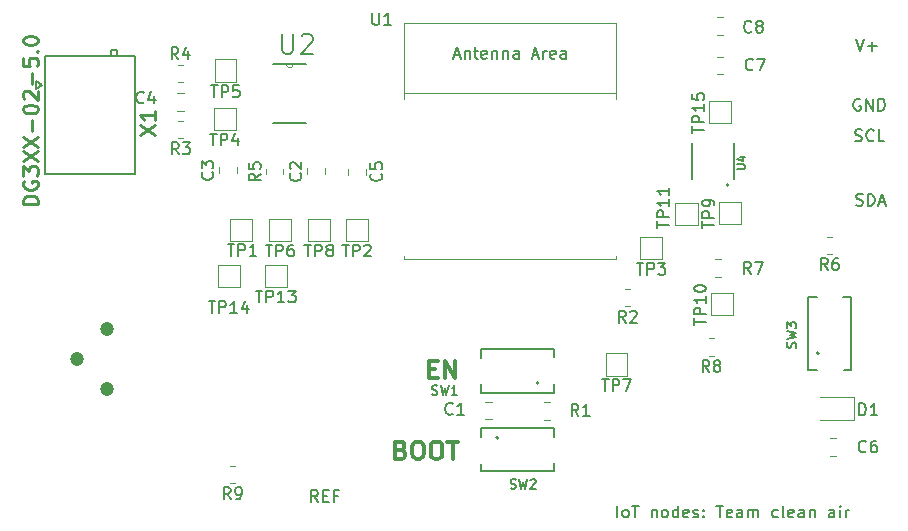
<source format=gbr>
%TF.GenerationSoftware,KiCad,Pcbnew,(6.0.2)*%
%TF.CreationDate,2022-04-01T10:33:32+02:00*%
%TF.ProjectId,iot node,696f7420-6e6f-4646-952e-6b696361645f,rev?*%
%TF.SameCoordinates,Original*%
%TF.FileFunction,Legend,Top*%
%TF.FilePolarity,Positive*%
%FSLAX46Y46*%
G04 Gerber Fmt 4.6, Leading zero omitted, Abs format (unit mm)*
G04 Created by KiCad (PCBNEW (6.0.2)) date 2022-04-01 10:33:32*
%MOMM*%
%LPD*%
G01*
G04 APERTURE LIST*
%ADD10C,0.150000*%
%ADD11C,0.300000*%
%ADD12C,0.228600*%
%ADD13C,0.120000*%
%ADD14C,0.127000*%
%ADD15C,0.200000*%
%ADD16C,0.152400*%
%ADD17C,0.100000*%
%ADD18C,1.200000*%
G04 APERTURE END LIST*
D10*
X139080952Y-145652380D02*
X139080952Y-144652380D01*
X139700000Y-145652380D02*
X139604761Y-145604761D01*
X139557142Y-145557142D01*
X139509523Y-145461904D01*
X139509523Y-145176190D01*
X139557142Y-145080952D01*
X139604761Y-145033333D01*
X139700000Y-144985714D01*
X139842857Y-144985714D01*
X139938095Y-145033333D01*
X139985714Y-145080952D01*
X140033333Y-145176190D01*
X140033333Y-145461904D01*
X139985714Y-145557142D01*
X139938095Y-145604761D01*
X139842857Y-145652380D01*
X139700000Y-145652380D01*
X140319047Y-144652380D02*
X140890476Y-144652380D01*
X140604761Y-145652380D02*
X140604761Y-144652380D01*
X141985714Y-144985714D02*
X141985714Y-145652380D01*
X141985714Y-145080952D02*
X142033333Y-145033333D01*
X142128571Y-144985714D01*
X142271428Y-144985714D01*
X142366666Y-145033333D01*
X142414285Y-145128571D01*
X142414285Y-145652380D01*
X143033333Y-145652380D02*
X142938095Y-145604761D01*
X142890476Y-145557142D01*
X142842857Y-145461904D01*
X142842857Y-145176190D01*
X142890476Y-145080952D01*
X142938095Y-145033333D01*
X143033333Y-144985714D01*
X143176190Y-144985714D01*
X143271428Y-145033333D01*
X143319047Y-145080952D01*
X143366666Y-145176190D01*
X143366666Y-145461904D01*
X143319047Y-145557142D01*
X143271428Y-145604761D01*
X143176190Y-145652380D01*
X143033333Y-145652380D01*
X144223809Y-145652380D02*
X144223809Y-144652380D01*
X144223809Y-145604761D02*
X144128571Y-145652380D01*
X143938095Y-145652380D01*
X143842857Y-145604761D01*
X143795238Y-145557142D01*
X143747619Y-145461904D01*
X143747619Y-145176190D01*
X143795238Y-145080952D01*
X143842857Y-145033333D01*
X143938095Y-144985714D01*
X144128571Y-144985714D01*
X144223809Y-145033333D01*
X145080952Y-145604761D02*
X144985714Y-145652380D01*
X144795238Y-145652380D01*
X144700000Y-145604761D01*
X144652380Y-145509523D01*
X144652380Y-145128571D01*
X144700000Y-145033333D01*
X144795238Y-144985714D01*
X144985714Y-144985714D01*
X145080952Y-145033333D01*
X145128571Y-145128571D01*
X145128571Y-145223809D01*
X144652380Y-145319047D01*
X145509523Y-145604761D02*
X145604761Y-145652380D01*
X145795238Y-145652380D01*
X145890476Y-145604761D01*
X145938095Y-145509523D01*
X145938095Y-145461904D01*
X145890476Y-145366666D01*
X145795238Y-145319047D01*
X145652380Y-145319047D01*
X145557142Y-145271428D01*
X145509523Y-145176190D01*
X145509523Y-145128571D01*
X145557142Y-145033333D01*
X145652380Y-144985714D01*
X145795238Y-144985714D01*
X145890476Y-145033333D01*
X146366666Y-145557142D02*
X146414285Y-145604761D01*
X146366666Y-145652380D01*
X146319047Y-145604761D01*
X146366666Y-145557142D01*
X146366666Y-145652380D01*
X146366666Y-145033333D02*
X146414285Y-145080952D01*
X146366666Y-145128571D01*
X146319047Y-145080952D01*
X146366666Y-145033333D01*
X146366666Y-145128571D01*
X147461904Y-144652380D02*
X148033333Y-144652380D01*
X147747619Y-145652380D02*
X147747619Y-144652380D01*
X148747619Y-145604761D02*
X148652380Y-145652380D01*
X148461904Y-145652380D01*
X148366666Y-145604761D01*
X148319047Y-145509523D01*
X148319047Y-145128571D01*
X148366666Y-145033333D01*
X148461904Y-144985714D01*
X148652380Y-144985714D01*
X148747619Y-145033333D01*
X148795238Y-145128571D01*
X148795238Y-145223809D01*
X148319047Y-145319047D01*
X149652380Y-145652380D02*
X149652380Y-145128571D01*
X149604761Y-145033333D01*
X149509523Y-144985714D01*
X149319047Y-144985714D01*
X149223809Y-145033333D01*
X149652380Y-145604761D02*
X149557142Y-145652380D01*
X149319047Y-145652380D01*
X149223809Y-145604761D01*
X149176190Y-145509523D01*
X149176190Y-145414285D01*
X149223809Y-145319047D01*
X149319047Y-145271428D01*
X149557142Y-145271428D01*
X149652380Y-145223809D01*
X150128571Y-145652380D02*
X150128571Y-144985714D01*
X150128571Y-145080952D02*
X150176190Y-145033333D01*
X150271428Y-144985714D01*
X150414285Y-144985714D01*
X150509523Y-145033333D01*
X150557142Y-145128571D01*
X150557142Y-145652380D01*
X150557142Y-145128571D02*
X150604761Y-145033333D01*
X150700000Y-144985714D01*
X150842857Y-144985714D01*
X150938095Y-145033333D01*
X150985714Y-145128571D01*
X150985714Y-145652380D01*
X152652380Y-145604761D02*
X152557142Y-145652380D01*
X152366666Y-145652380D01*
X152271428Y-145604761D01*
X152223809Y-145557142D01*
X152176190Y-145461904D01*
X152176190Y-145176190D01*
X152223809Y-145080952D01*
X152271428Y-145033333D01*
X152366666Y-144985714D01*
X152557142Y-144985714D01*
X152652380Y-145033333D01*
X153223809Y-145652380D02*
X153128571Y-145604761D01*
X153080952Y-145509523D01*
X153080952Y-144652380D01*
X153985714Y-145604761D02*
X153890476Y-145652380D01*
X153700000Y-145652380D01*
X153604761Y-145604761D01*
X153557142Y-145509523D01*
X153557142Y-145128571D01*
X153604761Y-145033333D01*
X153700000Y-144985714D01*
X153890476Y-144985714D01*
X153985714Y-145033333D01*
X154033333Y-145128571D01*
X154033333Y-145223809D01*
X153557142Y-145319047D01*
X154890476Y-145652380D02*
X154890476Y-145128571D01*
X154842857Y-145033333D01*
X154747619Y-144985714D01*
X154557142Y-144985714D01*
X154461904Y-145033333D01*
X154890476Y-145604761D02*
X154795238Y-145652380D01*
X154557142Y-145652380D01*
X154461904Y-145604761D01*
X154414285Y-145509523D01*
X154414285Y-145414285D01*
X154461904Y-145319047D01*
X154557142Y-145271428D01*
X154795238Y-145271428D01*
X154890476Y-145223809D01*
X155366666Y-144985714D02*
X155366666Y-145652380D01*
X155366666Y-145080952D02*
X155414285Y-145033333D01*
X155509523Y-144985714D01*
X155652380Y-144985714D01*
X155747619Y-145033333D01*
X155795238Y-145128571D01*
X155795238Y-145652380D01*
X157461904Y-145652380D02*
X157461904Y-145128571D01*
X157414285Y-145033333D01*
X157319047Y-144985714D01*
X157128571Y-144985714D01*
X157033333Y-145033333D01*
X157461904Y-145604761D02*
X157366666Y-145652380D01*
X157128571Y-145652380D01*
X157033333Y-145604761D01*
X156985714Y-145509523D01*
X156985714Y-145414285D01*
X157033333Y-145319047D01*
X157128571Y-145271428D01*
X157366666Y-145271428D01*
X157461904Y-145223809D01*
X157938095Y-145652380D02*
X157938095Y-144985714D01*
X157938095Y-144652380D02*
X157890476Y-144700000D01*
X157938095Y-144747619D01*
X157985714Y-144700000D01*
X157938095Y-144652380D01*
X157938095Y-144747619D01*
X158414285Y-145652380D02*
X158414285Y-144985714D01*
X158414285Y-145176190D02*
X158461904Y-145080952D01*
X158509523Y-145033333D01*
X158604761Y-144985714D01*
X158700000Y-144985714D01*
X159638095Y-110250000D02*
X159542857Y-110202380D01*
X159400000Y-110202380D01*
X159257142Y-110250000D01*
X159161904Y-110345238D01*
X159114285Y-110440476D01*
X159066666Y-110630952D01*
X159066666Y-110773809D01*
X159114285Y-110964285D01*
X159161904Y-111059523D01*
X159257142Y-111154761D01*
X159400000Y-111202380D01*
X159495238Y-111202380D01*
X159638095Y-111154761D01*
X159685714Y-111107142D01*
X159685714Y-110773809D01*
X159495238Y-110773809D01*
X160114285Y-111202380D02*
X160114285Y-110202380D01*
X160685714Y-111202380D01*
X160685714Y-110202380D01*
X161161904Y-111202380D02*
X161161904Y-110202380D01*
X161400000Y-110202380D01*
X161542857Y-110250000D01*
X161638095Y-110345238D01*
X161685714Y-110440476D01*
X161733333Y-110630952D01*
X161733333Y-110773809D01*
X161685714Y-110964285D01*
X161638095Y-111059523D01*
X161542857Y-111154761D01*
X161400000Y-111202380D01*
X161161904Y-111202380D01*
X159209523Y-113754761D02*
X159352380Y-113802380D01*
X159590476Y-113802380D01*
X159685714Y-113754761D01*
X159733333Y-113707142D01*
X159780952Y-113611904D01*
X159780952Y-113516666D01*
X159733333Y-113421428D01*
X159685714Y-113373809D01*
X159590476Y-113326190D01*
X159400000Y-113278571D01*
X159304761Y-113230952D01*
X159257142Y-113183333D01*
X159209523Y-113088095D01*
X159209523Y-112992857D01*
X159257142Y-112897619D01*
X159304761Y-112850000D01*
X159400000Y-112802380D01*
X159638095Y-112802380D01*
X159780952Y-112850000D01*
X160780952Y-113707142D02*
X160733333Y-113754761D01*
X160590476Y-113802380D01*
X160495238Y-113802380D01*
X160352380Y-113754761D01*
X160257142Y-113659523D01*
X160209523Y-113564285D01*
X160161904Y-113373809D01*
X160161904Y-113230952D01*
X160209523Y-113040476D01*
X160257142Y-112945238D01*
X160352380Y-112850000D01*
X160495238Y-112802380D01*
X160590476Y-112802380D01*
X160733333Y-112850000D01*
X160780952Y-112897619D01*
X161685714Y-113802380D02*
X161209523Y-113802380D01*
X161209523Y-112802380D01*
D11*
X120764285Y-139942857D02*
X120978571Y-140014285D01*
X121050000Y-140085714D01*
X121121428Y-140228571D01*
X121121428Y-140442857D01*
X121050000Y-140585714D01*
X120978571Y-140657142D01*
X120835714Y-140728571D01*
X120264285Y-140728571D01*
X120264285Y-139228571D01*
X120764285Y-139228571D01*
X120907142Y-139300000D01*
X120978571Y-139371428D01*
X121050000Y-139514285D01*
X121050000Y-139657142D01*
X120978571Y-139800000D01*
X120907142Y-139871428D01*
X120764285Y-139942857D01*
X120264285Y-139942857D01*
X122050000Y-139228571D02*
X122335714Y-139228571D01*
X122478571Y-139300000D01*
X122621428Y-139442857D01*
X122692857Y-139728571D01*
X122692857Y-140228571D01*
X122621428Y-140514285D01*
X122478571Y-140657142D01*
X122335714Y-140728571D01*
X122050000Y-140728571D01*
X121907142Y-140657142D01*
X121764285Y-140514285D01*
X121692857Y-140228571D01*
X121692857Y-139728571D01*
X121764285Y-139442857D01*
X121907142Y-139300000D01*
X122050000Y-139228571D01*
X123621428Y-139228571D02*
X123907142Y-139228571D01*
X124050000Y-139300000D01*
X124192857Y-139442857D01*
X124264285Y-139728571D01*
X124264285Y-140228571D01*
X124192857Y-140514285D01*
X124050000Y-140657142D01*
X123907142Y-140728571D01*
X123621428Y-140728571D01*
X123478571Y-140657142D01*
X123335714Y-140514285D01*
X123264285Y-140228571D01*
X123264285Y-139728571D01*
X123335714Y-139442857D01*
X123478571Y-139300000D01*
X123621428Y-139228571D01*
X124692857Y-139228571D02*
X125550000Y-139228571D01*
X125121428Y-140728571D02*
X125121428Y-139228571D01*
X123142857Y-133092857D02*
X123642857Y-133092857D01*
X123857142Y-133878571D02*
X123142857Y-133878571D01*
X123142857Y-132378571D01*
X123857142Y-132378571D01*
X124500000Y-133878571D02*
X124500000Y-132378571D01*
X125357142Y-133878571D01*
X125357142Y-132378571D01*
D10*
X159285714Y-119204761D02*
X159428571Y-119252380D01*
X159666666Y-119252380D01*
X159761904Y-119204761D01*
X159809523Y-119157142D01*
X159857142Y-119061904D01*
X159857142Y-118966666D01*
X159809523Y-118871428D01*
X159761904Y-118823809D01*
X159666666Y-118776190D01*
X159476190Y-118728571D01*
X159380952Y-118680952D01*
X159333333Y-118633333D01*
X159285714Y-118538095D01*
X159285714Y-118442857D01*
X159333333Y-118347619D01*
X159380952Y-118300000D01*
X159476190Y-118252380D01*
X159714285Y-118252380D01*
X159857142Y-118300000D01*
X160285714Y-119252380D02*
X160285714Y-118252380D01*
X160523809Y-118252380D01*
X160666666Y-118300000D01*
X160761904Y-118395238D01*
X160809523Y-118490476D01*
X160857142Y-118680952D01*
X160857142Y-118823809D01*
X160809523Y-119014285D01*
X160761904Y-119109523D01*
X160666666Y-119204761D01*
X160523809Y-119252380D01*
X160285714Y-119252380D01*
X161238095Y-118966666D02*
X161714285Y-118966666D01*
X161142857Y-119252380D02*
X161476190Y-118252380D01*
X161809523Y-119252380D01*
X159297619Y-105152380D02*
X159630952Y-106152380D01*
X159964285Y-105152380D01*
X160297619Y-105771428D02*
X161059523Y-105771428D01*
X160678571Y-106152380D02*
X160678571Y-105390476D01*
%TO.C, *%
%TO.C,REF*%
X113728571Y-144352380D02*
X113395238Y-143876190D01*
X113157142Y-144352380D02*
X113157142Y-143352380D01*
X113538095Y-143352380D01*
X113633333Y-143400000D01*
X113680952Y-143447619D01*
X113728571Y-143542857D01*
X113728571Y-143685714D01*
X113680952Y-143780952D01*
X113633333Y-143828571D01*
X113538095Y-143876190D01*
X113157142Y-143876190D01*
X114157142Y-143828571D02*
X114490476Y-143828571D01*
X114633333Y-144352380D02*
X114157142Y-144352380D01*
X114157142Y-143352380D01*
X114633333Y-143352380D01*
X115395238Y-143828571D02*
X115061904Y-143828571D01*
X115061904Y-144352380D02*
X115061904Y-143352380D01*
X115538095Y-143352380D01*
%TO.C,TP5*%
X104663095Y-109077380D02*
X105234523Y-109077380D01*
X104948809Y-110077380D02*
X104948809Y-109077380D01*
X105567857Y-110077380D02*
X105567857Y-109077380D01*
X105948809Y-109077380D01*
X106044047Y-109125000D01*
X106091666Y-109172619D01*
X106139285Y-109267857D01*
X106139285Y-109410714D01*
X106091666Y-109505952D01*
X106044047Y-109553571D01*
X105948809Y-109601190D01*
X105567857Y-109601190D01*
X107044047Y-109077380D02*
X106567857Y-109077380D01*
X106520238Y-109553571D01*
X106567857Y-109505952D01*
X106663095Y-109458333D01*
X106901190Y-109458333D01*
X106996428Y-109505952D01*
X107044047Y-109553571D01*
X107091666Y-109648809D01*
X107091666Y-109886904D01*
X107044047Y-109982142D01*
X106996428Y-110029761D01*
X106901190Y-110077380D01*
X106663095Y-110077380D01*
X106567857Y-110029761D01*
X106520238Y-109982142D01*
%TO.C,TP13*%
X108461904Y-126452380D02*
X109033333Y-126452380D01*
X108747619Y-127452380D02*
X108747619Y-126452380D01*
X109366666Y-127452380D02*
X109366666Y-126452380D01*
X109747619Y-126452380D01*
X109842857Y-126500000D01*
X109890476Y-126547619D01*
X109938095Y-126642857D01*
X109938095Y-126785714D01*
X109890476Y-126880952D01*
X109842857Y-126928571D01*
X109747619Y-126976190D01*
X109366666Y-126976190D01*
X110890476Y-127452380D02*
X110319047Y-127452380D01*
X110604761Y-127452380D02*
X110604761Y-126452380D01*
X110509523Y-126595238D01*
X110414285Y-126690476D01*
X110319047Y-126738095D01*
X111223809Y-126452380D02*
X111842857Y-126452380D01*
X111509523Y-126833333D01*
X111652380Y-126833333D01*
X111747619Y-126880952D01*
X111795238Y-126928571D01*
X111842857Y-127023809D01*
X111842857Y-127261904D01*
X111795238Y-127357142D01*
X111747619Y-127404761D01*
X111652380Y-127452380D01*
X111366666Y-127452380D01*
X111271428Y-127404761D01*
X111223809Y-127357142D01*
%TO.C,U1*%
X118338095Y-102952380D02*
X118338095Y-103761904D01*
X118385714Y-103857142D01*
X118433333Y-103904761D01*
X118528571Y-103952380D01*
X118719047Y-103952380D01*
X118814285Y-103904761D01*
X118861904Y-103857142D01*
X118909523Y-103761904D01*
X118909523Y-102952380D01*
X119909523Y-103952380D02*
X119338095Y-103952380D01*
X119623809Y-103952380D02*
X119623809Y-102952380D01*
X119528571Y-103095238D01*
X119433333Y-103190476D01*
X119338095Y-103238095D01*
X125238095Y-106516666D02*
X125714285Y-106516666D01*
X125142857Y-106802380D02*
X125476190Y-105802380D01*
X125809523Y-106802380D01*
X126142857Y-106135714D02*
X126142857Y-106802380D01*
X126142857Y-106230952D02*
X126190476Y-106183333D01*
X126285714Y-106135714D01*
X126428571Y-106135714D01*
X126523809Y-106183333D01*
X126571428Y-106278571D01*
X126571428Y-106802380D01*
X126904761Y-106135714D02*
X127285714Y-106135714D01*
X127047619Y-105802380D02*
X127047619Y-106659523D01*
X127095238Y-106754761D01*
X127190476Y-106802380D01*
X127285714Y-106802380D01*
X128000000Y-106754761D02*
X127904761Y-106802380D01*
X127714285Y-106802380D01*
X127619047Y-106754761D01*
X127571428Y-106659523D01*
X127571428Y-106278571D01*
X127619047Y-106183333D01*
X127714285Y-106135714D01*
X127904761Y-106135714D01*
X128000000Y-106183333D01*
X128047619Y-106278571D01*
X128047619Y-106373809D01*
X127571428Y-106469047D01*
X128476190Y-106135714D02*
X128476190Y-106802380D01*
X128476190Y-106230952D02*
X128523809Y-106183333D01*
X128619047Y-106135714D01*
X128761904Y-106135714D01*
X128857142Y-106183333D01*
X128904761Y-106278571D01*
X128904761Y-106802380D01*
X129380952Y-106135714D02*
X129380952Y-106802380D01*
X129380952Y-106230952D02*
X129428571Y-106183333D01*
X129523809Y-106135714D01*
X129666666Y-106135714D01*
X129761904Y-106183333D01*
X129809523Y-106278571D01*
X129809523Y-106802380D01*
X130714285Y-106802380D02*
X130714285Y-106278571D01*
X130666666Y-106183333D01*
X130571428Y-106135714D01*
X130380952Y-106135714D01*
X130285714Y-106183333D01*
X130714285Y-106754761D02*
X130619047Y-106802380D01*
X130380952Y-106802380D01*
X130285714Y-106754761D01*
X130238095Y-106659523D01*
X130238095Y-106564285D01*
X130285714Y-106469047D01*
X130380952Y-106421428D01*
X130619047Y-106421428D01*
X130714285Y-106373809D01*
X131904761Y-106516666D02*
X132380952Y-106516666D01*
X131809523Y-106802380D02*
X132142857Y-105802380D01*
X132476190Y-106802380D01*
X132809523Y-106802380D02*
X132809523Y-106135714D01*
X132809523Y-106326190D02*
X132857142Y-106230952D01*
X132904761Y-106183333D01*
X133000000Y-106135714D01*
X133095238Y-106135714D01*
X133809523Y-106754761D02*
X133714285Y-106802380D01*
X133523809Y-106802380D01*
X133428571Y-106754761D01*
X133380952Y-106659523D01*
X133380952Y-106278571D01*
X133428571Y-106183333D01*
X133523809Y-106135714D01*
X133714285Y-106135714D01*
X133809523Y-106183333D01*
X133857142Y-106278571D01*
X133857142Y-106373809D01*
X133380952Y-106469047D01*
X134714285Y-106802380D02*
X134714285Y-106278571D01*
X134666666Y-106183333D01*
X134571428Y-106135714D01*
X134380952Y-106135714D01*
X134285714Y-106183333D01*
X134714285Y-106754761D02*
X134619047Y-106802380D01*
X134380952Y-106802380D01*
X134285714Y-106754761D01*
X134238095Y-106659523D01*
X134238095Y-106564285D01*
X134285714Y-106469047D01*
X134380952Y-106421428D01*
X134619047Y-106421428D01*
X134714285Y-106373809D01*
%TO.C,U4*%
X149249907Y-116120277D02*
X149768773Y-116120277D01*
X149829816Y-116089755D01*
X149860337Y-116059234D01*
X149890859Y-115998191D01*
X149890859Y-115876105D01*
X149860337Y-115815062D01*
X149829816Y-115784540D01*
X149768773Y-115754019D01*
X149249907Y-115754019D01*
X149463558Y-115174110D02*
X149890859Y-115174110D01*
X149219385Y-115326717D02*
X149677208Y-115479325D01*
X149677208Y-115082545D01*
%TO.C,U2*%
X110694836Y-104730338D02*
X110694836Y-106060953D01*
X110773107Y-106217496D01*
X110851379Y-106295767D01*
X111007922Y-106374039D01*
X111321008Y-106374039D01*
X111477551Y-106295767D01*
X111555822Y-106217496D01*
X111634094Y-106060953D01*
X111634094Y-104730338D01*
X112338537Y-104886880D02*
X112416808Y-104808609D01*
X112573351Y-104730338D01*
X112964709Y-104730338D01*
X113121252Y-104808609D01*
X113199523Y-104886880D01*
X113277795Y-105043423D01*
X113277795Y-105199966D01*
X113199523Y-105434781D01*
X112260265Y-106374039D01*
X113277795Y-106374039D01*
%TO.C,TP6*%
X109288095Y-122552380D02*
X109859523Y-122552380D01*
X109573809Y-123552380D02*
X109573809Y-122552380D01*
X110192857Y-123552380D02*
X110192857Y-122552380D01*
X110573809Y-122552380D01*
X110669047Y-122600000D01*
X110716666Y-122647619D01*
X110764285Y-122742857D01*
X110764285Y-122885714D01*
X110716666Y-122980952D01*
X110669047Y-123028571D01*
X110573809Y-123076190D01*
X110192857Y-123076190D01*
X111621428Y-122552380D02*
X111430952Y-122552380D01*
X111335714Y-122600000D01*
X111288095Y-122647619D01*
X111192857Y-122790476D01*
X111145238Y-122980952D01*
X111145238Y-123361904D01*
X111192857Y-123457142D01*
X111240476Y-123504761D01*
X111335714Y-123552380D01*
X111526190Y-123552380D01*
X111621428Y-123504761D01*
X111669047Y-123457142D01*
X111716666Y-123361904D01*
X111716666Y-123123809D01*
X111669047Y-123028571D01*
X111621428Y-122980952D01*
X111526190Y-122933333D01*
X111335714Y-122933333D01*
X111240476Y-122980952D01*
X111192857Y-123028571D01*
X111145238Y-123123809D01*
%TO.C,R8*%
X146858333Y-133327380D02*
X146525000Y-132851190D01*
X146286904Y-133327380D02*
X146286904Y-132327380D01*
X146667857Y-132327380D01*
X146763095Y-132375000D01*
X146810714Y-132422619D01*
X146858333Y-132517857D01*
X146858333Y-132660714D01*
X146810714Y-132755952D01*
X146763095Y-132803571D01*
X146667857Y-132851190D01*
X146286904Y-132851190D01*
X147429761Y-132755952D02*
X147334523Y-132708333D01*
X147286904Y-132660714D01*
X147239285Y-132565476D01*
X147239285Y-132517857D01*
X147286904Y-132422619D01*
X147334523Y-132375000D01*
X147429761Y-132327380D01*
X147620238Y-132327380D01*
X147715476Y-132375000D01*
X147763095Y-132422619D01*
X147810714Y-132517857D01*
X147810714Y-132565476D01*
X147763095Y-132660714D01*
X147715476Y-132708333D01*
X147620238Y-132755952D01*
X147429761Y-132755952D01*
X147334523Y-132803571D01*
X147286904Y-132851190D01*
X147239285Y-132946428D01*
X147239285Y-133136904D01*
X147286904Y-133232142D01*
X147334523Y-133279761D01*
X147429761Y-133327380D01*
X147620238Y-133327380D01*
X147715476Y-133279761D01*
X147763095Y-133232142D01*
X147810714Y-133136904D01*
X147810714Y-132946428D01*
X147763095Y-132851190D01*
X147715476Y-132803571D01*
X147620238Y-132755952D01*
%TO.C,C2*%
X112227142Y-116516666D02*
X112274761Y-116564285D01*
X112322380Y-116707142D01*
X112322380Y-116802380D01*
X112274761Y-116945238D01*
X112179523Y-117040476D01*
X112084285Y-117088095D01*
X111893809Y-117135714D01*
X111750952Y-117135714D01*
X111560476Y-117088095D01*
X111465238Y-117040476D01*
X111370000Y-116945238D01*
X111322380Y-116802380D01*
X111322380Y-116707142D01*
X111370000Y-116564285D01*
X111417619Y-116516666D01*
X111417619Y-116135714D02*
X111370000Y-116088095D01*
X111322380Y-115992857D01*
X111322380Y-115754761D01*
X111370000Y-115659523D01*
X111417619Y-115611904D01*
X111512857Y-115564285D01*
X111608095Y-115564285D01*
X111750952Y-115611904D01*
X112322380Y-116183333D01*
X112322380Y-115564285D01*
%TO.C,C7*%
X150558333Y-107707142D02*
X150510714Y-107754761D01*
X150367857Y-107802380D01*
X150272619Y-107802380D01*
X150129761Y-107754761D01*
X150034523Y-107659523D01*
X149986904Y-107564285D01*
X149939285Y-107373809D01*
X149939285Y-107230952D01*
X149986904Y-107040476D01*
X150034523Y-106945238D01*
X150129761Y-106850000D01*
X150272619Y-106802380D01*
X150367857Y-106802380D01*
X150510714Y-106850000D01*
X150558333Y-106897619D01*
X150891666Y-106802380D02*
X151558333Y-106802380D01*
X151129761Y-107802380D01*
%TO.C,TP4*%
X104588095Y-113152380D02*
X105159523Y-113152380D01*
X104873809Y-114152380D02*
X104873809Y-113152380D01*
X105492857Y-114152380D02*
X105492857Y-113152380D01*
X105873809Y-113152380D01*
X105969047Y-113200000D01*
X106016666Y-113247619D01*
X106064285Y-113342857D01*
X106064285Y-113485714D01*
X106016666Y-113580952D01*
X105969047Y-113628571D01*
X105873809Y-113676190D01*
X105492857Y-113676190D01*
X106921428Y-113485714D02*
X106921428Y-114152380D01*
X106683333Y-113104761D02*
X106445238Y-113819047D01*
X107064285Y-113819047D01*
%TO.C,SW3*%
X154196909Y-131272266D02*
X154235004Y-131157980D01*
X154235004Y-130967504D01*
X154196909Y-130891314D01*
X154158814Y-130853219D01*
X154082623Y-130815123D01*
X154006433Y-130815123D01*
X153930242Y-130853219D01*
X153892147Y-130891314D01*
X153854052Y-130967504D01*
X153815957Y-131119885D01*
X153777861Y-131196076D01*
X153739766Y-131234171D01*
X153663576Y-131272266D01*
X153587385Y-131272266D01*
X153511195Y-131234171D01*
X153473100Y-131196076D01*
X153435004Y-131119885D01*
X153435004Y-130929409D01*
X153473100Y-130815123D01*
X153435004Y-130548457D02*
X154235004Y-130357980D01*
X153663576Y-130205600D01*
X154235004Y-130053219D01*
X153435004Y-129862742D01*
X153435004Y-129634171D02*
X153435004Y-129138933D01*
X153739766Y-129405600D01*
X153739766Y-129291314D01*
X153777861Y-129215123D01*
X153815957Y-129177028D01*
X153892147Y-129138933D01*
X154082623Y-129138933D01*
X154158814Y-129177028D01*
X154196909Y-129215123D01*
X154235004Y-129291314D01*
X154235004Y-129519885D01*
X154196909Y-129596076D01*
X154158814Y-129634171D01*
%TO.C,C4*%
X98983333Y-110507142D02*
X98935714Y-110554761D01*
X98792857Y-110602380D01*
X98697619Y-110602380D01*
X98554761Y-110554761D01*
X98459523Y-110459523D01*
X98411904Y-110364285D01*
X98364285Y-110173809D01*
X98364285Y-110030952D01*
X98411904Y-109840476D01*
X98459523Y-109745238D01*
X98554761Y-109650000D01*
X98697619Y-109602380D01*
X98792857Y-109602380D01*
X98935714Y-109650000D01*
X98983333Y-109697619D01*
X99840476Y-109935714D02*
X99840476Y-110602380D01*
X99602380Y-109554761D02*
X99364285Y-110269047D01*
X99983333Y-110269047D01*
%TO.C,C3*%
X104777142Y-116429166D02*
X104824761Y-116476785D01*
X104872380Y-116619642D01*
X104872380Y-116714880D01*
X104824761Y-116857738D01*
X104729523Y-116952976D01*
X104634285Y-117000595D01*
X104443809Y-117048214D01*
X104300952Y-117048214D01*
X104110476Y-117000595D01*
X104015238Y-116952976D01*
X103920000Y-116857738D01*
X103872380Y-116714880D01*
X103872380Y-116619642D01*
X103920000Y-116476785D01*
X103967619Y-116429166D01*
X103872380Y-116095833D02*
X103872380Y-115476785D01*
X104253333Y-115810119D01*
X104253333Y-115667261D01*
X104300952Y-115572023D01*
X104348571Y-115524404D01*
X104443809Y-115476785D01*
X104681904Y-115476785D01*
X104777142Y-115524404D01*
X104824761Y-115572023D01*
X104872380Y-115667261D01*
X104872380Y-115952976D01*
X104824761Y-116048214D01*
X104777142Y-116095833D01*
%TO.C,SW2*%
X130033333Y-143173809D02*
X130147619Y-143211904D01*
X130338095Y-143211904D01*
X130414285Y-143173809D01*
X130452380Y-143135714D01*
X130490476Y-143059523D01*
X130490476Y-142983333D01*
X130452380Y-142907142D01*
X130414285Y-142869047D01*
X130338095Y-142830952D01*
X130185714Y-142792857D01*
X130109523Y-142754761D01*
X130071428Y-142716666D01*
X130033333Y-142640476D01*
X130033333Y-142564285D01*
X130071428Y-142488095D01*
X130109523Y-142450000D01*
X130185714Y-142411904D01*
X130376190Y-142411904D01*
X130490476Y-142450000D01*
X130757142Y-142411904D02*
X130947619Y-143211904D01*
X131100000Y-142640476D01*
X131252380Y-143211904D01*
X131442857Y-142411904D01*
X131709523Y-142488095D02*
X131747619Y-142450000D01*
X131823809Y-142411904D01*
X132014285Y-142411904D01*
X132090476Y-142450000D01*
X132128571Y-142488095D01*
X132166666Y-142564285D01*
X132166666Y-142640476D01*
X132128571Y-142754761D01*
X131671428Y-143211904D01*
X132166666Y-143211904D01*
%TO.C,R3*%
X101933333Y-114902380D02*
X101600000Y-114426190D01*
X101361904Y-114902380D02*
X101361904Y-113902380D01*
X101742857Y-113902380D01*
X101838095Y-113950000D01*
X101885714Y-113997619D01*
X101933333Y-114092857D01*
X101933333Y-114235714D01*
X101885714Y-114330952D01*
X101838095Y-114378571D01*
X101742857Y-114426190D01*
X101361904Y-114426190D01*
X102266666Y-113902380D02*
X102885714Y-113902380D01*
X102552380Y-114283333D01*
X102695238Y-114283333D01*
X102790476Y-114330952D01*
X102838095Y-114378571D01*
X102885714Y-114473809D01*
X102885714Y-114711904D01*
X102838095Y-114807142D01*
X102790476Y-114854761D01*
X102695238Y-114902380D01*
X102409523Y-114902380D01*
X102314285Y-114854761D01*
X102266666Y-114807142D01*
%TO.C,TP8*%
X112588095Y-122552380D02*
X113159523Y-122552380D01*
X112873809Y-123552380D02*
X112873809Y-122552380D01*
X113492857Y-123552380D02*
X113492857Y-122552380D01*
X113873809Y-122552380D01*
X113969047Y-122600000D01*
X114016666Y-122647619D01*
X114064285Y-122742857D01*
X114064285Y-122885714D01*
X114016666Y-122980952D01*
X113969047Y-123028571D01*
X113873809Y-123076190D01*
X113492857Y-123076190D01*
X114635714Y-122980952D02*
X114540476Y-122933333D01*
X114492857Y-122885714D01*
X114445238Y-122790476D01*
X114445238Y-122742857D01*
X114492857Y-122647619D01*
X114540476Y-122600000D01*
X114635714Y-122552380D01*
X114826190Y-122552380D01*
X114921428Y-122600000D01*
X114969047Y-122647619D01*
X115016666Y-122742857D01*
X115016666Y-122790476D01*
X114969047Y-122885714D01*
X114921428Y-122933333D01*
X114826190Y-122980952D01*
X114635714Y-122980952D01*
X114540476Y-123028571D01*
X114492857Y-123076190D01*
X114445238Y-123171428D01*
X114445238Y-123361904D01*
X114492857Y-123457142D01*
X114540476Y-123504761D01*
X114635714Y-123552380D01*
X114826190Y-123552380D01*
X114921428Y-123504761D01*
X114969047Y-123457142D01*
X115016666Y-123361904D01*
X115016666Y-123171428D01*
X114969047Y-123076190D01*
X114921428Y-123028571D01*
X114826190Y-122980952D01*
D12*
%TO.C,X1*%
X98638243Y-113251195D02*
X99908243Y-112404528D01*
X98638243Y-112404528D02*
X99908243Y-113251195D01*
X99908243Y-111255480D02*
X99908243Y-111981195D01*
X99908243Y-111618338D02*
X98638243Y-111618338D01*
X98819672Y-111739290D01*
X98940624Y-111860242D01*
X99001100Y-111981195D01*
X90024523Y-119125714D02*
X88754523Y-119125714D01*
X88754523Y-118823333D01*
X88815000Y-118641904D01*
X88935952Y-118520952D01*
X89056904Y-118460476D01*
X89298809Y-118400000D01*
X89480238Y-118400000D01*
X89722142Y-118460476D01*
X89843095Y-118520952D01*
X89964047Y-118641904D01*
X90024523Y-118823333D01*
X90024523Y-119125714D01*
X88815000Y-117190476D02*
X88754523Y-117311428D01*
X88754523Y-117492857D01*
X88815000Y-117674285D01*
X88935952Y-117795238D01*
X89056904Y-117855714D01*
X89298809Y-117916190D01*
X89480238Y-117916190D01*
X89722142Y-117855714D01*
X89843095Y-117795238D01*
X89964047Y-117674285D01*
X90024523Y-117492857D01*
X90024523Y-117371904D01*
X89964047Y-117190476D01*
X89903571Y-117130000D01*
X89480238Y-117130000D01*
X89480238Y-117371904D01*
X88754523Y-116706666D02*
X88754523Y-115920476D01*
X89238333Y-116343809D01*
X89238333Y-116162380D01*
X89298809Y-116041428D01*
X89359285Y-115980952D01*
X89480238Y-115920476D01*
X89782619Y-115920476D01*
X89903571Y-115980952D01*
X89964047Y-116041428D01*
X90024523Y-116162380D01*
X90024523Y-116525238D01*
X89964047Y-116646190D01*
X89903571Y-116706666D01*
X88754523Y-115497142D02*
X90024523Y-114650476D01*
X88754523Y-114650476D02*
X90024523Y-115497142D01*
X88754523Y-114287619D02*
X90024523Y-113440952D01*
X88754523Y-113440952D02*
X90024523Y-114287619D01*
X89540714Y-112957142D02*
X89540714Y-111989523D01*
X88754523Y-111142857D02*
X88754523Y-111021904D01*
X88815000Y-110900952D01*
X88875476Y-110840476D01*
X88996428Y-110780000D01*
X89238333Y-110719523D01*
X89540714Y-110719523D01*
X89782619Y-110780000D01*
X89903571Y-110840476D01*
X89964047Y-110900952D01*
X90024523Y-111021904D01*
X90024523Y-111142857D01*
X89964047Y-111263809D01*
X89903571Y-111324285D01*
X89782619Y-111384761D01*
X89540714Y-111445238D01*
X89238333Y-111445238D01*
X88996428Y-111384761D01*
X88875476Y-111324285D01*
X88815000Y-111263809D01*
X88754523Y-111142857D01*
X88875476Y-110235714D02*
X88815000Y-110175238D01*
X88754523Y-110054285D01*
X88754523Y-109751904D01*
X88815000Y-109630952D01*
X88875476Y-109570476D01*
X88996428Y-109510000D01*
X89117380Y-109510000D01*
X89298809Y-109570476D01*
X90024523Y-110296190D01*
X90024523Y-109510000D01*
X89540714Y-108965714D02*
X89540714Y-107998095D01*
X88754523Y-106788571D02*
X88754523Y-107393333D01*
X89359285Y-107453809D01*
X89298809Y-107393333D01*
X89238333Y-107272380D01*
X89238333Y-106970000D01*
X89298809Y-106849047D01*
X89359285Y-106788571D01*
X89480238Y-106728095D01*
X89782619Y-106728095D01*
X89903571Y-106788571D01*
X89964047Y-106849047D01*
X90024523Y-106970000D01*
X90024523Y-107272380D01*
X89964047Y-107393333D01*
X89903571Y-107453809D01*
X89903571Y-106183809D02*
X89964047Y-106123333D01*
X90024523Y-106183809D01*
X89964047Y-106244285D01*
X89903571Y-106183809D01*
X90024523Y-106183809D01*
X88754523Y-105337142D02*
X88754523Y-105216190D01*
X88815000Y-105095238D01*
X88875476Y-105034761D01*
X88996428Y-104974285D01*
X89238333Y-104913809D01*
X89540714Y-104913809D01*
X89782619Y-104974285D01*
X89903571Y-105034761D01*
X89964047Y-105095238D01*
X90024523Y-105216190D01*
X90024523Y-105337142D01*
X89964047Y-105458095D01*
X89903571Y-105518571D01*
X89782619Y-105579047D01*
X89540714Y-105639523D01*
X89238333Y-105639523D01*
X88996428Y-105579047D01*
X88875476Y-105518571D01*
X88815000Y-105458095D01*
X88754523Y-105337142D01*
D10*
%TO.C,TP2*%
X115788095Y-122552380D02*
X116359523Y-122552380D01*
X116073809Y-123552380D02*
X116073809Y-122552380D01*
X116692857Y-123552380D02*
X116692857Y-122552380D01*
X117073809Y-122552380D01*
X117169047Y-122600000D01*
X117216666Y-122647619D01*
X117264285Y-122742857D01*
X117264285Y-122885714D01*
X117216666Y-122980952D01*
X117169047Y-123028571D01*
X117073809Y-123076190D01*
X116692857Y-123076190D01*
X117645238Y-122647619D02*
X117692857Y-122600000D01*
X117788095Y-122552380D01*
X118026190Y-122552380D01*
X118121428Y-122600000D01*
X118169047Y-122647619D01*
X118216666Y-122742857D01*
X118216666Y-122838095D01*
X118169047Y-122980952D01*
X117597619Y-123552380D01*
X118216666Y-123552380D01*
%TO.C,TP3*%
X140713095Y-124102380D02*
X141284523Y-124102380D01*
X140998809Y-125102380D02*
X140998809Y-124102380D01*
X141617857Y-125102380D02*
X141617857Y-124102380D01*
X141998809Y-124102380D01*
X142094047Y-124150000D01*
X142141666Y-124197619D01*
X142189285Y-124292857D01*
X142189285Y-124435714D01*
X142141666Y-124530952D01*
X142094047Y-124578571D01*
X141998809Y-124626190D01*
X141617857Y-124626190D01*
X142522619Y-124102380D02*
X143141666Y-124102380D01*
X142808333Y-124483333D01*
X142951190Y-124483333D01*
X143046428Y-124530952D01*
X143094047Y-124578571D01*
X143141666Y-124673809D01*
X143141666Y-124911904D01*
X143094047Y-125007142D01*
X143046428Y-125054761D01*
X142951190Y-125102380D01*
X142665476Y-125102380D01*
X142570238Y-125054761D01*
X142522619Y-125007142D01*
%TO.C,D1*%
X159561904Y-137002380D02*
X159561904Y-136002380D01*
X159800000Y-136002380D01*
X159942857Y-136050000D01*
X160038095Y-136145238D01*
X160085714Y-136240476D01*
X160133333Y-136430952D01*
X160133333Y-136573809D01*
X160085714Y-136764285D01*
X160038095Y-136859523D01*
X159942857Y-136954761D01*
X159800000Y-137002380D01*
X159561904Y-137002380D01*
X161085714Y-137002380D02*
X160514285Y-137002380D01*
X160800000Y-137002380D02*
X160800000Y-136002380D01*
X160704761Y-136145238D01*
X160609523Y-136240476D01*
X160514285Y-136288095D01*
%TO.C,TP10*%
X145577380Y-129363095D02*
X145577380Y-128791666D01*
X146577380Y-129077380D02*
X145577380Y-129077380D01*
X146577380Y-128458333D02*
X145577380Y-128458333D01*
X145577380Y-128077380D01*
X145625000Y-127982142D01*
X145672619Y-127934523D01*
X145767857Y-127886904D01*
X145910714Y-127886904D01*
X146005952Y-127934523D01*
X146053571Y-127982142D01*
X146101190Y-128077380D01*
X146101190Y-128458333D01*
X146577380Y-126934523D02*
X146577380Y-127505952D01*
X146577380Y-127220238D02*
X145577380Y-127220238D01*
X145720238Y-127315476D01*
X145815476Y-127410714D01*
X145863095Y-127505952D01*
X145577380Y-126315476D02*
X145577380Y-126220238D01*
X145625000Y-126125000D01*
X145672619Y-126077380D01*
X145767857Y-126029761D01*
X145958333Y-125982142D01*
X146196428Y-125982142D01*
X146386904Y-126029761D01*
X146482142Y-126077380D01*
X146529761Y-126125000D01*
X146577380Y-126220238D01*
X146577380Y-126315476D01*
X146529761Y-126410714D01*
X146482142Y-126458333D01*
X146386904Y-126505952D01*
X146196428Y-126553571D01*
X145958333Y-126553571D01*
X145767857Y-126505952D01*
X145672619Y-126458333D01*
X145625000Y-126410714D01*
X145577380Y-126315476D01*
%TO.C,SW1*%
X123383333Y-135223809D02*
X123497619Y-135261904D01*
X123688095Y-135261904D01*
X123764285Y-135223809D01*
X123802380Y-135185714D01*
X123840476Y-135109523D01*
X123840476Y-135033333D01*
X123802380Y-134957142D01*
X123764285Y-134919047D01*
X123688095Y-134880952D01*
X123535714Y-134842857D01*
X123459523Y-134804761D01*
X123421428Y-134766666D01*
X123383333Y-134690476D01*
X123383333Y-134614285D01*
X123421428Y-134538095D01*
X123459523Y-134500000D01*
X123535714Y-134461904D01*
X123726190Y-134461904D01*
X123840476Y-134500000D01*
X124107142Y-134461904D02*
X124297619Y-135261904D01*
X124450000Y-134690476D01*
X124602380Y-135261904D01*
X124792857Y-134461904D01*
X125516666Y-135261904D02*
X125059523Y-135261904D01*
X125288095Y-135261904D02*
X125288095Y-134461904D01*
X125211904Y-134576190D01*
X125135714Y-134652380D01*
X125059523Y-134690476D01*
%TO.C,TP9*%
X146277380Y-121161904D02*
X146277380Y-120590476D01*
X147277380Y-120876190D02*
X146277380Y-120876190D01*
X147277380Y-120257142D02*
X146277380Y-120257142D01*
X146277380Y-119876190D01*
X146325000Y-119780952D01*
X146372619Y-119733333D01*
X146467857Y-119685714D01*
X146610714Y-119685714D01*
X146705952Y-119733333D01*
X146753571Y-119780952D01*
X146801190Y-119876190D01*
X146801190Y-120257142D01*
X147277380Y-119209523D02*
X147277380Y-119019047D01*
X147229761Y-118923809D01*
X147182142Y-118876190D01*
X147039285Y-118780952D01*
X146848809Y-118733333D01*
X146467857Y-118733333D01*
X146372619Y-118780952D01*
X146325000Y-118828571D01*
X146277380Y-118923809D01*
X146277380Y-119114285D01*
X146325000Y-119209523D01*
X146372619Y-119257142D01*
X146467857Y-119304761D01*
X146705952Y-119304761D01*
X146801190Y-119257142D01*
X146848809Y-119209523D01*
X146896428Y-119114285D01*
X146896428Y-118923809D01*
X146848809Y-118828571D01*
X146801190Y-118780952D01*
X146705952Y-118733333D01*
%TO.C,R6*%
X156883333Y-124702380D02*
X156550000Y-124226190D01*
X156311904Y-124702380D02*
X156311904Y-123702380D01*
X156692857Y-123702380D01*
X156788095Y-123750000D01*
X156835714Y-123797619D01*
X156883333Y-123892857D01*
X156883333Y-124035714D01*
X156835714Y-124130952D01*
X156788095Y-124178571D01*
X156692857Y-124226190D01*
X156311904Y-124226190D01*
X157740476Y-123702380D02*
X157550000Y-123702380D01*
X157454761Y-123750000D01*
X157407142Y-123797619D01*
X157311904Y-123940476D01*
X157264285Y-124130952D01*
X157264285Y-124511904D01*
X157311904Y-124607142D01*
X157359523Y-124654761D01*
X157454761Y-124702380D01*
X157645238Y-124702380D01*
X157740476Y-124654761D01*
X157788095Y-124607142D01*
X157835714Y-124511904D01*
X157835714Y-124273809D01*
X157788095Y-124178571D01*
X157740476Y-124130952D01*
X157645238Y-124083333D01*
X157454761Y-124083333D01*
X157359523Y-124130952D01*
X157311904Y-124178571D01*
X157264285Y-124273809D01*
%TO.C,TP7*%
X137763095Y-133952380D02*
X138334523Y-133952380D01*
X138048809Y-134952380D02*
X138048809Y-133952380D01*
X138667857Y-134952380D02*
X138667857Y-133952380D01*
X139048809Y-133952380D01*
X139144047Y-134000000D01*
X139191666Y-134047619D01*
X139239285Y-134142857D01*
X139239285Y-134285714D01*
X139191666Y-134380952D01*
X139144047Y-134428571D01*
X139048809Y-134476190D01*
X138667857Y-134476190D01*
X139572619Y-133952380D02*
X140239285Y-133952380D01*
X139810714Y-134952380D01*
%TO.C,C1*%
X125133333Y-136857142D02*
X125085714Y-136904761D01*
X124942857Y-136952380D01*
X124847619Y-136952380D01*
X124704761Y-136904761D01*
X124609523Y-136809523D01*
X124561904Y-136714285D01*
X124514285Y-136523809D01*
X124514285Y-136380952D01*
X124561904Y-136190476D01*
X124609523Y-136095238D01*
X124704761Y-136000000D01*
X124847619Y-135952380D01*
X124942857Y-135952380D01*
X125085714Y-136000000D01*
X125133333Y-136047619D01*
X126085714Y-136952380D02*
X125514285Y-136952380D01*
X125800000Y-136952380D02*
X125800000Y-135952380D01*
X125704761Y-136095238D01*
X125609523Y-136190476D01*
X125514285Y-136238095D01*
%TO.C,C6*%
X160133333Y-140057142D02*
X160085714Y-140104761D01*
X159942857Y-140152380D01*
X159847619Y-140152380D01*
X159704761Y-140104761D01*
X159609523Y-140009523D01*
X159561904Y-139914285D01*
X159514285Y-139723809D01*
X159514285Y-139580952D01*
X159561904Y-139390476D01*
X159609523Y-139295238D01*
X159704761Y-139200000D01*
X159847619Y-139152380D01*
X159942857Y-139152380D01*
X160085714Y-139200000D01*
X160133333Y-139247619D01*
X160990476Y-139152380D02*
X160800000Y-139152380D01*
X160704761Y-139200000D01*
X160657142Y-139247619D01*
X160561904Y-139390476D01*
X160514285Y-139580952D01*
X160514285Y-139961904D01*
X160561904Y-140057142D01*
X160609523Y-140104761D01*
X160704761Y-140152380D01*
X160895238Y-140152380D01*
X160990476Y-140104761D01*
X161038095Y-140057142D01*
X161085714Y-139961904D01*
X161085714Y-139723809D01*
X161038095Y-139628571D01*
X160990476Y-139580952D01*
X160895238Y-139533333D01*
X160704761Y-139533333D01*
X160609523Y-139580952D01*
X160561904Y-139628571D01*
X160514285Y-139723809D01*
%TO.C,R9*%
X106333333Y-144102380D02*
X106000000Y-143626190D01*
X105761904Y-144102380D02*
X105761904Y-143102380D01*
X106142857Y-143102380D01*
X106238095Y-143150000D01*
X106285714Y-143197619D01*
X106333333Y-143292857D01*
X106333333Y-143435714D01*
X106285714Y-143530952D01*
X106238095Y-143578571D01*
X106142857Y-143626190D01*
X105761904Y-143626190D01*
X106809523Y-144102380D02*
X107000000Y-144102380D01*
X107095238Y-144054761D01*
X107142857Y-144007142D01*
X107238095Y-143864285D01*
X107285714Y-143673809D01*
X107285714Y-143292857D01*
X107238095Y-143197619D01*
X107190476Y-143150000D01*
X107095238Y-143102380D01*
X106904761Y-143102380D01*
X106809523Y-143150000D01*
X106761904Y-143197619D01*
X106714285Y-143292857D01*
X106714285Y-143530952D01*
X106761904Y-143626190D01*
X106809523Y-143673809D01*
X106904761Y-143721428D01*
X107095238Y-143721428D01*
X107190476Y-143673809D01*
X107238095Y-143626190D01*
X107285714Y-143530952D01*
%TO.C,R7*%
X150383333Y-125002380D02*
X150050000Y-124526190D01*
X149811904Y-125002380D02*
X149811904Y-124002380D01*
X150192857Y-124002380D01*
X150288095Y-124050000D01*
X150335714Y-124097619D01*
X150383333Y-124192857D01*
X150383333Y-124335714D01*
X150335714Y-124430952D01*
X150288095Y-124478571D01*
X150192857Y-124526190D01*
X149811904Y-124526190D01*
X150716666Y-124002380D02*
X151383333Y-124002380D01*
X150954761Y-125002380D01*
%TO.C,R4*%
X101908333Y-106852380D02*
X101575000Y-106376190D01*
X101336904Y-106852380D02*
X101336904Y-105852380D01*
X101717857Y-105852380D01*
X101813095Y-105900000D01*
X101860714Y-105947619D01*
X101908333Y-106042857D01*
X101908333Y-106185714D01*
X101860714Y-106280952D01*
X101813095Y-106328571D01*
X101717857Y-106376190D01*
X101336904Y-106376190D01*
X102765476Y-106185714D02*
X102765476Y-106852380D01*
X102527380Y-105804761D02*
X102289285Y-106519047D01*
X102908333Y-106519047D01*
%TO.C,TP14*%
X104461904Y-127352380D02*
X105033333Y-127352380D01*
X104747619Y-128352380D02*
X104747619Y-127352380D01*
X105366666Y-128352380D02*
X105366666Y-127352380D01*
X105747619Y-127352380D01*
X105842857Y-127400000D01*
X105890476Y-127447619D01*
X105938095Y-127542857D01*
X105938095Y-127685714D01*
X105890476Y-127780952D01*
X105842857Y-127828571D01*
X105747619Y-127876190D01*
X105366666Y-127876190D01*
X106890476Y-128352380D02*
X106319047Y-128352380D01*
X106604761Y-128352380D02*
X106604761Y-127352380D01*
X106509523Y-127495238D01*
X106414285Y-127590476D01*
X106319047Y-127638095D01*
X107747619Y-127685714D02*
X107747619Y-128352380D01*
X107509523Y-127304761D02*
X107271428Y-128019047D01*
X107890476Y-128019047D01*
%TO.C,R1*%
X135783333Y-137052380D02*
X135450000Y-136576190D01*
X135211904Y-137052380D02*
X135211904Y-136052380D01*
X135592857Y-136052380D01*
X135688095Y-136100000D01*
X135735714Y-136147619D01*
X135783333Y-136242857D01*
X135783333Y-136385714D01*
X135735714Y-136480952D01*
X135688095Y-136528571D01*
X135592857Y-136576190D01*
X135211904Y-136576190D01*
X136735714Y-137052380D02*
X136164285Y-137052380D01*
X136450000Y-137052380D02*
X136450000Y-136052380D01*
X136354761Y-136195238D01*
X136259523Y-136290476D01*
X136164285Y-136338095D01*
%TO.C,R2*%
X139783333Y-129152380D02*
X139450000Y-128676190D01*
X139211904Y-129152380D02*
X139211904Y-128152380D01*
X139592857Y-128152380D01*
X139688095Y-128200000D01*
X139735714Y-128247619D01*
X139783333Y-128342857D01*
X139783333Y-128485714D01*
X139735714Y-128580952D01*
X139688095Y-128628571D01*
X139592857Y-128676190D01*
X139211904Y-128676190D01*
X140164285Y-128247619D02*
X140211904Y-128200000D01*
X140307142Y-128152380D01*
X140545238Y-128152380D01*
X140640476Y-128200000D01*
X140688095Y-128247619D01*
X140735714Y-128342857D01*
X140735714Y-128438095D01*
X140688095Y-128580952D01*
X140116666Y-129152380D01*
X140735714Y-129152380D01*
%TO.C,C5*%
X119062142Y-116541666D02*
X119109761Y-116589285D01*
X119157380Y-116732142D01*
X119157380Y-116827380D01*
X119109761Y-116970238D01*
X119014523Y-117065476D01*
X118919285Y-117113095D01*
X118728809Y-117160714D01*
X118585952Y-117160714D01*
X118395476Y-117113095D01*
X118300238Y-117065476D01*
X118205000Y-116970238D01*
X118157380Y-116827380D01*
X118157380Y-116732142D01*
X118205000Y-116589285D01*
X118252619Y-116541666D01*
X118157380Y-115636904D02*
X118157380Y-116113095D01*
X118633571Y-116160714D01*
X118585952Y-116113095D01*
X118538333Y-116017857D01*
X118538333Y-115779761D01*
X118585952Y-115684523D01*
X118633571Y-115636904D01*
X118728809Y-115589285D01*
X118966904Y-115589285D01*
X119062142Y-115636904D01*
X119109761Y-115684523D01*
X119157380Y-115779761D01*
X119157380Y-116017857D01*
X119109761Y-116113095D01*
X119062142Y-116160714D01*
%TO.C,TP11*%
X142452380Y-121138095D02*
X142452380Y-120566666D01*
X143452380Y-120852380D02*
X142452380Y-120852380D01*
X143452380Y-120233333D02*
X142452380Y-120233333D01*
X142452380Y-119852380D01*
X142500000Y-119757142D01*
X142547619Y-119709523D01*
X142642857Y-119661904D01*
X142785714Y-119661904D01*
X142880952Y-119709523D01*
X142928571Y-119757142D01*
X142976190Y-119852380D01*
X142976190Y-120233333D01*
X143452380Y-118709523D02*
X143452380Y-119280952D01*
X143452380Y-118995238D02*
X142452380Y-118995238D01*
X142595238Y-119090476D01*
X142690476Y-119185714D01*
X142738095Y-119280952D01*
X143452380Y-117757142D02*
X143452380Y-118328571D01*
X143452380Y-118042857D02*
X142452380Y-118042857D01*
X142595238Y-118138095D01*
X142690476Y-118233333D01*
X142738095Y-118328571D01*
%TO.C,R5*%
X108877380Y-116541666D02*
X108401190Y-116875000D01*
X108877380Y-117113095D02*
X107877380Y-117113095D01*
X107877380Y-116732142D01*
X107925000Y-116636904D01*
X107972619Y-116589285D01*
X108067857Y-116541666D01*
X108210714Y-116541666D01*
X108305952Y-116589285D01*
X108353571Y-116636904D01*
X108401190Y-116732142D01*
X108401190Y-117113095D01*
X107877380Y-115636904D02*
X107877380Y-116113095D01*
X108353571Y-116160714D01*
X108305952Y-116113095D01*
X108258333Y-116017857D01*
X108258333Y-115779761D01*
X108305952Y-115684523D01*
X108353571Y-115636904D01*
X108448809Y-115589285D01*
X108686904Y-115589285D01*
X108782142Y-115636904D01*
X108829761Y-115684523D01*
X108877380Y-115779761D01*
X108877380Y-116017857D01*
X108829761Y-116113095D01*
X108782142Y-116160714D01*
%TO.C,C8*%
X150433333Y-104507142D02*
X150385714Y-104554761D01*
X150242857Y-104602380D01*
X150147619Y-104602380D01*
X150004761Y-104554761D01*
X149909523Y-104459523D01*
X149861904Y-104364285D01*
X149814285Y-104173809D01*
X149814285Y-104030952D01*
X149861904Y-103840476D01*
X149909523Y-103745238D01*
X150004761Y-103650000D01*
X150147619Y-103602380D01*
X150242857Y-103602380D01*
X150385714Y-103650000D01*
X150433333Y-103697619D01*
X151004761Y-104030952D02*
X150909523Y-103983333D01*
X150861904Y-103935714D01*
X150814285Y-103840476D01*
X150814285Y-103792857D01*
X150861904Y-103697619D01*
X150909523Y-103650000D01*
X151004761Y-103602380D01*
X151195238Y-103602380D01*
X151290476Y-103650000D01*
X151338095Y-103697619D01*
X151385714Y-103792857D01*
X151385714Y-103840476D01*
X151338095Y-103935714D01*
X151290476Y-103983333D01*
X151195238Y-104030952D01*
X151004761Y-104030952D01*
X150909523Y-104078571D01*
X150861904Y-104126190D01*
X150814285Y-104221428D01*
X150814285Y-104411904D01*
X150861904Y-104507142D01*
X150909523Y-104554761D01*
X151004761Y-104602380D01*
X151195238Y-104602380D01*
X151290476Y-104554761D01*
X151338095Y-104507142D01*
X151385714Y-104411904D01*
X151385714Y-104221428D01*
X151338095Y-104126190D01*
X151290476Y-104078571D01*
X151195238Y-104030952D01*
%TO.C,TP15*%
X145427380Y-113113095D02*
X145427380Y-112541666D01*
X146427380Y-112827380D02*
X145427380Y-112827380D01*
X146427380Y-112208333D02*
X145427380Y-112208333D01*
X145427380Y-111827380D01*
X145475000Y-111732142D01*
X145522619Y-111684523D01*
X145617857Y-111636904D01*
X145760714Y-111636904D01*
X145855952Y-111684523D01*
X145903571Y-111732142D01*
X145951190Y-111827380D01*
X145951190Y-112208333D01*
X146427380Y-110684523D02*
X146427380Y-111255952D01*
X146427380Y-110970238D02*
X145427380Y-110970238D01*
X145570238Y-111065476D01*
X145665476Y-111160714D01*
X145713095Y-111255952D01*
X145427380Y-109779761D02*
X145427380Y-110255952D01*
X145903571Y-110303571D01*
X145855952Y-110255952D01*
X145808333Y-110160714D01*
X145808333Y-109922619D01*
X145855952Y-109827380D01*
X145903571Y-109779761D01*
X145998809Y-109732142D01*
X146236904Y-109732142D01*
X146332142Y-109779761D01*
X146379761Y-109827380D01*
X146427380Y-109922619D01*
X146427380Y-110160714D01*
X146379761Y-110255952D01*
X146332142Y-110303571D01*
%TO.C,TP1*%
X106088095Y-122502380D02*
X106659523Y-122502380D01*
X106373809Y-123502380D02*
X106373809Y-122502380D01*
X106992857Y-123502380D02*
X106992857Y-122502380D01*
X107373809Y-122502380D01*
X107469047Y-122550000D01*
X107516666Y-122597619D01*
X107564285Y-122692857D01*
X107564285Y-122835714D01*
X107516666Y-122930952D01*
X107469047Y-122978571D01*
X107373809Y-123026190D01*
X106992857Y-123026190D01*
X108516666Y-123502380D02*
X107945238Y-123502380D01*
X108230952Y-123502380D02*
X108230952Y-122502380D01*
X108135714Y-122645238D01*
X108040476Y-122740476D01*
X107945238Y-122788095D01*
D13*
%TO.C,TP5*%
X104975000Y-108775000D02*
X106825000Y-108775000D01*
X106825000Y-106875000D02*
X104975000Y-106875000D01*
X106825000Y-106925000D02*
X106825000Y-106875000D01*
X104975000Y-106875000D02*
X104975000Y-108775000D01*
X106825000Y-108775000D02*
X106825000Y-106925000D01*
%TO.C,TP13*%
X111100000Y-124300000D02*
X111100000Y-124250000D01*
X111100000Y-124250000D02*
X109250000Y-124250000D01*
X109250000Y-124250000D02*
X109250000Y-126150000D01*
X111100000Y-126150000D02*
X111100000Y-124300000D01*
X109250000Y-126150000D02*
X111100000Y-126150000D01*
%TO.C,U1*%
X139000000Y-103750000D02*
X139000000Y-110250000D01*
X139000000Y-123750000D02*
X121000000Y-123750000D01*
X139000000Y-109750000D02*
X121050000Y-109750000D01*
X121000000Y-123750000D02*
X121000000Y-123500000D01*
X121000000Y-103750000D02*
X139000000Y-103750000D01*
X139000000Y-123500000D02*
X139000000Y-123750000D01*
X121000000Y-103750000D02*
X121000000Y-110250000D01*
D14*
%TO.C,U4*%
X145430000Y-113925000D02*
X145430000Y-116985000D01*
X148970000Y-116985000D02*
X148970000Y-113925000D01*
D15*
X148500000Y-117500000D02*
G75*
G03*
X148500000Y-117500000I-100000J0D01*
G01*
D16*
%TO.C,U2*%
X109964600Y-112269200D02*
X112707800Y-112269200D01*
X111031400Y-107290800D02*
X109964600Y-107290800D01*
X112707800Y-107290800D02*
X111031400Y-107290800D01*
D17*
X111031400Y-107290800D02*
G75*
G03*
X111641000Y-107265400I304800J12700D01*
G01*
D13*
%TO.C,TP6*%
X109600000Y-120350000D02*
X109600000Y-122250000D01*
X111450000Y-120400000D02*
X111450000Y-120350000D01*
X111450000Y-120350000D02*
X109600000Y-120350000D01*
X111450000Y-122250000D02*
X111450000Y-120400000D01*
X109600000Y-122250000D02*
X111450000Y-122250000D01*
%TO.C,R8*%
X147252064Y-131960000D02*
X146797936Y-131960000D01*
X147252064Y-130490000D02*
X146797936Y-130490000D01*
%TO.C,C2*%
X114285000Y-116611252D02*
X114285000Y-116088748D01*
X112815000Y-116611252D02*
X112815000Y-116088748D01*
%TO.C,C7*%
X147488748Y-106665000D02*
X148011252Y-106665000D01*
X147488748Y-108135000D02*
X148011252Y-108135000D01*
%TO.C,TP4*%
X106750000Y-112850000D02*
X106750000Y-111000000D01*
X104900000Y-110950000D02*
X104900000Y-112850000D01*
X106750000Y-110950000D02*
X104900000Y-110950000D01*
X106750000Y-111000000D02*
X106750000Y-110950000D01*
X104900000Y-112850000D02*
X106750000Y-112850000D01*
D15*
%TO.C,SW3*%
X158250000Y-133150000D02*
X158900000Y-133150000D01*
X155950000Y-133150000D02*
X155200000Y-133150000D01*
X158900000Y-133150000D02*
X158900000Y-126950000D01*
X155200000Y-126950000D02*
X155950000Y-126950000D01*
X155200000Y-133150000D02*
X155200000Y-126950000D01*
X158900000Y-126950000D02*
X158150000Y-126950000D01*
X156150000Y-131750000D02*
G75*
G03*
X156150000Y-131750000I-100000J0D01*
G01*
D13*
%TO.C,C4*%
X101826248Y-109740000D02*
X102348752Y-109740000D01*
X101826248Y-111210000D02*
X102348752Y-111210000D01*
%TO.C,C3*%
X106835000Y-116523752D02*
X106835000Y-116001248D01*
X105365000Y-116523752D02*
X105365000Y-116001248D01*
D15*
%TO.C,SW2*%
X127500000Y-141750000D02*
X133700000Y-141750000D01*
X127500000Y-141100000D02*
X127500000Y-141750000D01*
X127500000Y-138800000D02*
X127500000Y-138050000D01*
X133700000Y-138050000D02*
X133700000Y-138800000D01*
X127500000Y-138050000D02*
X133700000Y-138050000D01*
X133700000Y-141750000D02*
X133700000Y-141000000D01*
X129000000Y-138900000D02*
G75*
G03*
X129000000Y-138900000I-100000J0D01*
G01*
D13*
%TO.C,R3*%
X102327064Y-112065000D02*
X101872936Y-112065000D01*
X102327064Y-113535000D02*
X101872936Y-113535000D01*
%TO.C,TP8*%
X112900000Y-120350000D02*
X112900000Y-122250000D01*
X114750000Y-120350000D02*
X112900000Y-120350000D01*
X114750000Y-120400000D02*
X114750000Y-120350000D01*
X114750000Y-122250000D02*
X114750000Y-120400000D01*
X112900000Y-122250000D02*
X114750000Y-122250000D01*
D14*
%TO.C,X1*%
X90601200Y-116548720D02*
X90601200Y-106551280D01*
X96699740Y-106050900D02*
X96699740Y-106551280D01*
X96199360Y-106551280D02*
X96699740Y-106551280D01*
X98198340Y-106551280D02*
X98198340Y-116548720D01*
X89874760Y-108738220D02*
X90349740Y-109055720D01*
X98198340Y-116548720D02*
X90601200Y-116548720D01*
X90601200Y-106551280D02*
X96199360Y-106551280D01*
X96199360Y-106551280D02*
X96199360Y-106050900D01*
X89874760Y-109373220D02*
X89874760Y-108738220D01*
X96699740Y-106551280D02*
X98198340Y-106551280D01*
X96199360Y-106050900D02*
X96699740Y-106050900D01*
X90349740Y-109055720D02*
X89874760Y-109373220D01*
D13*
%TO.C,TP2*%
X116100000Y-120350000D02*
X116100000Y-122250000D01*
X117950000Y-122250000D02*
X117950000Y-120400000D01*
X117950000Y-120400000D02*
X117950000Y-120350000D01*
X116100000Y-122250000D02*
X117950000Y-122250000D01*
X117950000Y-120350000D02*
X116100000Y-120350000D01*
%TO.C,TP3*%
X142875000Y-121900000D02*
X141025000Y-121900000D01*
X142875000Y-121950000D02*
X142875000Y-121900000D01*
X141025000Y-121900000D02*
X141025000Y-123800000D01*
X141025000Y-123800000D02*
X142875000Y-123800000D01*
X142875000Y-123800000D02*
X142875000Y-121950000D01*
%TO.C,D1*%
X156225000Y-137410000D02*
X159085000Y-137410000D01*
X159085000Y-135490000D02*
X156225000Y-135490000D01*
X159085000Y-137410000D02*
X159085000Y-135490000D01*
%TO.C,TP10*%
X148875000Y-128525000D02*
X148875000Y-126675000D01*
X148875000Y-126675000D02*
X146975000Y-126675000D01*
X148825000Y-128525000D02*
X148875000Y-128525000D01*
X146975000Y-128525000D02*
X148825000Y-128525000D01*
X146975000Y-126675000D02*
X146975000Y-128525000D01*
D15*
%TO.C,SW1*%
X133700000Y-132075000D02*
X133700000Y-131425000D01*
X127500000Y-131425000D02*
X127500000Y-132175000D01*
X133700000Y-131425000D02*
X127500000Y-131425000D01*
X127500000Y-135125000D02*
X127500000Y-134375000D01*
X133700000Y-134375000D02*
X133700000Y-135125000D01*
X133700000Y-135125000D02*
X127500000Y-135125000D01*
X132400000Y-134275000D02*
G75*
G03*
X132400000Y-134275000I-100000J0D01*
G01*
D13*
%TO.C,TP9*%
X149575000Y-118950000D02*
X147675000Y-118950000D01*
X149525000Y-120800000D02*
X149575000Y-120800000D01*
X147675000Y-120800000D02*
X149525000Y-120800000D01*
X149575000Y-120800000D02*
X149575000Y-118950000D01*
X147675000Y-118950000D02*
X147675000Y-120800000D01*
%TO.C,R6*%
X157277064Y-121865000D02*
X156822936Y-121865000D01*
X157277064Y-123335000D02*
X156822936Y-123335000D01*
%TO.C,TP7*%
X139925000Y-131800000D02*
X139925000Y-131750000D01*
X138075000Y-133650000D02*
X139925000Y-133650000D01*
X139925000Y-131750000D02*
X138075000Y-131750000D01*
X138075000Y-131750000D02*
X138075000Y-133650000D01*
X139925000Y-133650000D02*
X139925000Y-131800000D01*
%TO.C,C1*%
X127901248Y-137310000D02*
X128423752Y-137310000D01*
X127901248Y-135840000D02*
X128423752Y-135840000D01*
%TO.C,C6*%
X157088748Y-138965000D02*
X157611252Y-138965000D01*
X157088748Y-140435000D02*
X157611252Y-140435000D01*
%TO.C,R9*%
X106727064Y-142735000D02*
X106272936Y-142735000D01*
X106727064Y-141265000D02*
X106272936Y-141265000D01*
%TO.C,R7*%
X147827064Y-123790000D02*
X147372936Y-123790000D01*
X147827064Y-125260000D02*
X147372936Y-125260000D01*
%TO.C,R4*%
X101847936Y-108785000D02*
X102302064Y-108785000D01*
X101847936Y-107315000D02*
X102302064Y-107315000D01*
%TO.C,TP14*%
X107100000Y-126150000D02*
X107100000Y-124300000D01*
X105250000Y-124250000D02*
X105250000Y-126150000D01*
X107100000Y-124300000D02*
X107100000Y-124250000D01*
X107100000Y-124250000D02*
X105250000Y-124250000D01*
X105250000Y-126150000D02*
X107100000Y-126150000D01*
%TO.C,R1*%
X133352064Y-135890000D02*
X132897936Y-135890000D01*
X133352064Y-137360000D02*
X132897936Y-137360000D01*
%TO.C,R2*%
X140177064Y-127785000D02*
X139722936Y-127785000D01*
X140177064Y-126315000D02*
X139722936Y-126315000D01*
%TO.C,C5*%
X117760000Y-116113748D02*
X117760000Y-116636252D01*
X116290000Y-116113748D02*
X116290000Y-116636252D01*
%TO.C,TP11*%
X145875000Y-119025000D02*
X143975000Y-119025000D01*
X143975000Y-120875000D02*
X145825000Y-120875000D01*
X145825000Y-120875000D02*
X145875000Y-120875000D01*
X143975000Y-119025000D02*
X143975000Y-120875000D01*
X145875000Y-120875000D02*
X145875000Y-119025000D01*
%TO.C,R5*%
X109340000Y-116602064D02*
X109340000Y-116147936D01*
X110810000Y-116602064D02*
X110810000Y-116147936D01*
%TO.C,C8*%
X148011252Y-103315000D02*
X147488748Y-103315000D01*
X148011252Y-104785000D02*
X147488748Y-104785000D01*
%TO.C,TP15*%
X148725000Y-110425000D02*
X146825000Y-110425000D01*
X148675000Y-112275000D02*
X148725000Y-112275000D01*
X148725000Y-112275000D02*
X148725000Y-110425000D01*
X146825000Y-112275000D02*
X148675000Y-112275000D01*
X146825000Y-110425000D02*
X146825000Y-112275000D01*
%TO.C,TP1*%
X106300000Y-120350000D02*
X106300000Y-122250000D01*
X108150000Y-120350000D02*
X106300000Y-120350000D01*
X106300000Y-122250000D02*
X108150000Y-122250000D01*
X108150000Y-122250000D02*
X108150000Y-120400000D01*
X108150000Y-120400000D02*
X108150000Y-120350000D01*
%TD*%
D18*
%TO.C,U3*%
X95900000Y-129710000D03*
X93360000Y-132250000D03*
X95900000Y-134790000D03*
%TD*%
M02*

</source>
